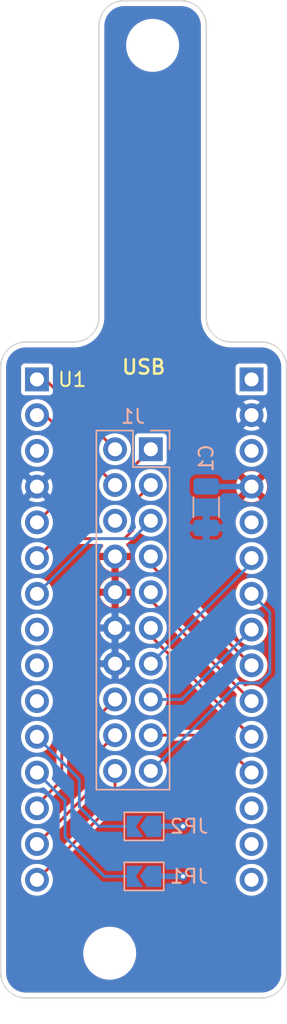
<source format=kicad_pcb>
(kicad_pcb (version 20220211) (generator pcbnew)
  (layers (0 "F.Cu" signal) (31 "B.Cu" signal) (34 "B.Paste" user) (35 "F.Paste" user) (36 "B.SilkS" user "B.Silkscreen") (37 "F.SilkS" user "F.Silkscreen") (38 "B.Mask" user) (39 "F.Mask" user) (44 "Edge.Cuts" user))
  (net 0 "")
  (net 1 "GND")
  (net 2 "+5V")
  (net 3 "/HOUR_DOWN")
  (net 4 "/HOUR_UP")
  (net 5 "/MIN_UP")
  (net 6 "/MIN_DOWN")
  (net 7 "/NCV_EN_1")
  (net 9 "/SPI1_CS_1")
  (net 10 "/SPI1_CS_2")
  (net 11 "/SPI1_CS_3")
  (net 12 "/SPI1_MOSI")
  (net 13 "/SPI1_SCK")
  (net 14 "/NCV_EN_2")
  (net 15 "/SPI1_CS_4")
  (net 16 "/NCV_EN_3")
  (net 17 "/SPI1_MISO")
  (net 18 "/NCV_EN_4")
  (net 19 "Net-(JP1-B)")
  (net 20 "Net-(JP2-B)")
  (footprint "mio:MountingHole_3.2mm_M3" (layer "F.Cu") (at 141.478 111.76)
    (fp_text reference "H2" hide)
    (fp_text value "MountingHole")
    (pad "" np_thru_hole circle (at 0 0) (size 3.2 3.2) (drill 3.2) (layers *.Cu *.Mask))
  )
  (footprint "mio:NUCLEO-F303K8-HEADER" (layer "F.Cu") (at 134.633 112.581)
    (fp_text reference "U1" (at 4.178 -41.588) (layer "F.SilkS"))
    (fp_text value "NUCLEO-F303K8-HEADER")
    (pad "1" thru_hole rect (at 1.675 -41.6) (size 1.7 1.7) (drill 1) (layers *.Cu *.Mask) (net 4 "/HOUR_UP"))
    (pad "2" thru_hole circle (at 1.675 -39.06) (size 1.7 1.7) (drill 1) (layers *.Cu *.Mask) (net 6 "/MIN_DOWN"))
    (pad "3" thru_hole circle (at 1.675 -36.52) (size 1.7 1.7) (drill 1) (layers *.Cu *.Mask))
    (pad "4" thru_hole circle (at 1.675 -33.98) (size 1.7 1.7) (drill 1) (layers *.Cu *.Mask) (net 1 "GND"))
    (pad "5" thru_hole circle (at 1.675 -31.44) (size 1.7 1.7) (drill 1) (layers *.Cu *.Mask) (net 3 "/HOUR_DOWN"))
    (pad "6" thru_hole circle (at 1.675 -28.9) (size 1.7 1.7) (drill 1) (layers *.Cu *.Mask) (net 5 "/MIN_UP"))
    (pad "7" thru_hole circle (at 1.675 -26.36) (size 1.7 1.7) (drill 1) (layers *.Cu *.Mask) (net 7 "/NCV_EN_1"))
    (pad "8" thru_hole circle (at 1.675 -23.82) (size 1.7 1.7) (drill 1) (layers *.Cu *.Mask))
    (pad "9" thru_hole circle (at 1.675 -21.28) (size 1.7 1.7) (drill 1) (layers *.Cu *.Mask))
    (pad "10" thru_hole circle (at 1.675 -18.74) (size 1.7 1.7) (drill 1) (layers *.Cu *.Mask))
    (pad "11" thru_hole circle (at 1.675 -16.2) (size 1.7 1.7) (drill 1) (layers *.Cu *.Mask) (net 20 "Net-(JP2-B)"))
    (pad "12" thru_hole circle (at 1.675 -13.66) (size 1.7 1.7) (drill 1) (layers *.Cu *.Mask) (net 19 "Net-(JP1-B)"))
    (pad "13" thru_hole circle (at 1.675 -11.12) (size 1.7 1.7) (drill 1) (layers *.Cu *.Mask) (net 14 "/NCV_EN_2"))
    (pad "14" thru_hole circle (at 1.675 -8.58) (size 1.7 1.7) (drill 1) (layers *.Cu *.Mask) (net 16 "/NCV_EN_3"))
    (pad "15" thru_hole circle (at 1.675 -6.04) (size 1.7 1.7) (drill 1) (layers *.Cu *.Mask) (net 18 "/NCV_EN_4"))
    (pad "16" thru_hole rect (at 16.925 -41.6) (size 1.7 1.7) (drill 1) (layers *.Cu *.Mask))
    (pad "17" thru_hole circle (at 16.925 -39.06) (size 1.7 1.7) (drill 1) (layers *.Cu *.Mask) (net 1 "GND"))
    (pad "18" thru_hole circle (at 16.925 -36.52) (size 1.7 1.7) (drill 1) (layers *.Cu *.Mask))
    (pad "19" thru_hole circle (at 16.925 -33.98) (size 1.7 1.7) (drill 1) (layers *.Cu *.Mask) (net 2 "+5V"))
    (pad "20" thru_hole circle (at 16.925 -31.44) (size 1.7 1.7) (drill 1) (layers *.Cu *.Mask))
    (pad "21" thru_hole circle (at 16.925 -28.9) (size 1.7 1.7) (drill 1) (layers *.Cu *.Mask) (net 12 "/SPI1_MOSI"))
    (pad "22" thru_hole circle (at 16.925 -26.36) (size 1.7 1.7) (drill 1) (layers *.Cu *.Mask) (net 17 "/SPI1_MISO"))
    (pad "23" thru_hole circle (at 16.925 -23.82) (size 1.7 1.7) (drill 1) (layers *.Cu *.Mask) (net 13 "/SPI1_SCK"))
    (pad "24" thru_hole circle (at 16.925 -21.28) (size 1.7 1.7) (drill 1) (layers *.Cu *.Mask) (net 9 "/SPI1_CS_1"))
    (pad "25" thru_hole circle (at 16.925 -18.74) (size 1.7 1.7) (drill 1) (layers *.Cu *.Mask) (net 10 "/SPI1_CS_2"))
    (pad "26" thru_hole circle (at 16.925 -16.2) (size 1.7 1.7) (drill 1) (layers *.Cu *.Mask) (net 11 "/SPI1_CS_3"))
    (pad "27" thru_hole circle (at 16.925 -13.66) (size 1.7 1.7) (drill 1) (layers *.Cu *.Mask) (net 15 "/SPI1_CS_4"))
    (pad "28" thru_hole circle (at 16.925 -11.12) (size 1.7 1.7) (drill 1) (layers *.Cu *.Mask))
    (pad "29" thru_hole circle (at 16.925 -8.58) (size 1.7 1.7) (drill 1) (layers *.Cu *.Mask))
    (pad "30" thru_hole circle (at 16.925 -6.04) (size 1.7 1.7) (drill 1) (layers *.Cu *.Mask))
  )
  (footprint "mio:MountingHole_3.2mm_M3" (layer "F.Cu") (at 144.526 47.244)
    (fp_text reference "H1" hide)
    (fp_text value "MountingHole")
    (pad "" np_thru_hole circle (at 0 0) (size 3.2 3.2) (drill 3.2) (layers *.Cu *.Mask))
  )
  (footprint "Connector_PinHeader_2.54mm:PinHeader_2x10_P2.54mm_Vertical" (layer "B.Cu") (at 144.399 75.946 180)
    (fp_text reference "J1" (at 1.27 2.33) (layer "B.SilkS") (effects (justify mirror)))
    (fp_text value "Conn_02x08_Odd_Even")
    (fp_line (start -1.33 -24.19) (end 3.87 -24.19) (stroke (width 0.12)) (layer "B.SilkS"))
    (fp_line (start -1.33 -1.27) (end -1.33 -24.19) (stroke (width 0.12)) (layer "B.SilkS"))
    (fp_line (start -1.33 -1.27) (end 1.27 -1.27) (stroke (width 0.12)) (layer "B.SilkS"))
    (fp_line (start -1.33 0) (end -1.33 1.33) (stroke (width 0.12)) (layer "B.SilkS"))
    (fp_line (start -1.33 1.33) (end 0 1.33) (stroke (width 0.12)) (layer "B.SilkS"))
    (fp_line (start 1.27 -1.27) (end 1.27 1.33) (stroke (width 0.12)) (layer "B.SilkS"))
    (fp_line (start 1.27 1.33) (end 3.87 1.33) (stroke (width 0.12)) (layer "B.SilkS"))
    (fp_line (start 3.87 1.33) (end 3.87 -24.19) (stroke (width 0.12)) (layer "B.SilkS"))
    (pad "1" thru_hole rect (at 0 0 180) (size 1.7 1.7) (drill 1) (layers *.Cu *.Mask) (net 3 "/HOUR_DOWN"))
    (pad "2" thru_hole oval (at 2.54 0 180) (size 1.7 1.7) (drill 1) (layers *.Cu *.Mask) (net 4 "/HOUR_UP"))
    (pad "3" thru_hole oval (at 0 -2.54 180) (size 1.7 1.7) (drill 1) (layers *.Cu *.Mask) (net 5 "/MIN_UP"))
    (pad "4" thru_hole oval (at 2.54 -2.54 180) (size 1.7 1.7) (drill 1) (layers *.Cu *.Mask) (net 6 "/MIN_DOWN"))
    (pad "5" thru_hole oval (at 0 -5.08 180) (size 1.7 1.7) (drill 1) (layers *.Cu *.Mask) (net 7 "/NCV_EN_1"))
    (pad "6" thru_hole oval (at 2.54 -5.08 180) (size 1.7 1.7) (drill 1) (layers *.Cu *.Mask))
    (pad "7" thru_hole oval (at 0 -7.62 180) (size 1.7 1.7) (drill 1) (layers *.Cu *.Mask) (net 9 "/SPI1_CS_1"))
    (pad "8" thru_hole oval (at 2.54 -7.62 180) (size 1.7 1.7) (drill 1) (layers *.Cu *.Mask) (net 2 "+5V"))
    (pad "9" thru_hole oval (at 0 -10.16 180) (size 1.7 1.7) (drill 1) (layers *.Cu *.Mask) (net 10 "/SPI1_CS_2"))
    (pad "10" thru_hole oval (at 2.54 -10.16 180) (size 1.7 1.7) (drill 1) (layers *.Cu *.Mask) (net 2 "+5V"))
    (pad "11" thru_hole oval (at 0 -12.7 180) (size 1.7 1.7) (drill 1) (layers *.Cu *.Mask) (net 11 "/SPI1_CS_3"))
    (pad "12" thru_hole oval (at 2.54 -12.7 180) (size 1.7 1.7) (drill 1) (layers *.Cu *.Mask) (net 1 "GND"))
    (pad "13" thru_hole oval (at 0 -15.24 180) (size 1.7 1.7) (drill 1) (layers *.Cu *.Mask) (net 12 "/SPI1_MOSI"))
    (pad "14" thru_hole oval (at 2.54 -15.24 180) (size 1.7 1.7) (drill 1) (layers *.Cu *.Mask) (net 1 "GND"))
    (pad "15" thru_hole oval (at 0 -17.78 180) (size 1.7 1.7) (drill 1) (layers *.Cu *.Mask) (net 13 "/SPI1_SCK"))
    (pad "16" thru_hole oval (at 2.54 -17.78 180) (size 1.7 1.7) (drill 1) (layers *.Cu *.Mask) (net 14 "/NCV_EN_2"))
    (pad "17" thru_hole oval (at 0 -20.32 180) (size 1.7 1.7) (drill 1) (layers *.Cu *.Mask) (net 15 "/SPI1_CS_4"))
    (pad "18" thru_hole oval (at 2.54 -20.32 180) (size 1.7 1.7) (drill 1) (layers *.Cu *.Mask) (net 16 "/NCV_EN_3"))
    (pad "19" thru_hole oval (at 0 -22.86 180) (size 1.7 1.7) (drill 1) (layers *.Cu *.Mask) (net 17 "/SPI1_MISO"))
    (pad "20" thru_hole oval (at 2.54 -22.86 180) (size 1.7 1.7) (drill 1) (layers *.Cu *.Mask) (net 18 "/NCV_EN_4"))
  )
  (footprint "Jumper:SolderJumper-2_P1.3mm_Open_TrianglePad1.0x1.5mm" (layer "B.Cu") (at 143.9164 106.299 180)
    (fp_text reference "JP1" (at -3.2004 0) (layer "B.SilkS") (effects (justify mirror)))
    (fp_text value "SolderJumper_2_Open")
    (fp_line (start -1.4 -1) (end -1.4 1) (stroke (width 0.12)) (layer "B.SilkS"))
    (fp_line (start -1.4 1) (end 1.4 1) (stroke (width 0.12)) (layer "B.SilkS"))
    (fp_line (start 1.4 -1) (end -1.4 -1) (stroke (width 0.12)) (layer "B.SilkS"))
    (fp_line (start 1.4 1) (end 1.4 -1) (stroke (width 0.12)) (layer "B.SilkS"))
    (pad "1" smd custom (at -0.725 0 180) (size 0.3 0.3) (layers "B.Cu" "B.Mask") (net 2 "+5V") (options (clearance outline) (anchor rect)) (primitives (gr_poly (pts (xy 1 0) (xy 0.5 -0.75) (xy -0.5 -0.75) (xy -0.5 0.75) (xy 0.5 0.75)) (width 0) (fill yes))))
    (pad "2" smd custom (at 0.725 0 180) (size 0.3 0.3) (layers "B.Cu" "B.Mask") (net 19 "Net-(JP1-B)") (options (clearance outline) (anchor rect)) (primitives (gr_poly (pts (xy 0.5 -0.75) (xy -0.65 -0.75) (xy -0.15 0) (xy -0.65 0.75) (xy 0.5 0.75)) (width 0) (fill yes))))
  )
  (footprint "Jumper:SolderJumper-2_P1.3mm_Open_TrianglePad1.0x1.5mm" (layer "B.Cu") (at 143.9164 102.743 180)
    (fp_text reference "JP2" (at -3.2004 0) (layer "B.SilkS") (effects (justify mirror)))
    (fp_text value "SolderJumper_2_Open")
    (fp_line (start -1.4 -1) (end -1.4 1) (stroke (width 0.12)) (layer "B.SilkS"))
    (fp_line (start -1.4 1) (end 1.4 1) (stroke (width 0.12)) (layer "B.SilkS"))
    (fp_line (start 1.4 -1) (end -1.4 -1) (stroke (width 0.12)) (layer "B.SilkS"))
    (fp_line (start 1.4 1) (end 1.4 -1) (stroke (width 0.12)) (layer "B.SilkS"))
    (pad "1" smd custom (at -0.725 0 180) (size 0.3 0.3) (layers "B.Cu" "B.Mask") (net 2 "+5V") (options (clearance outline) (anchor rect)) (primitives (gr_poly (pts (xy 1 0) (xy 0.5 -0.75) (xy -0.5 -0.75) (xy -0.5 0.75) (xy 0.5 0.75)) (width 0) (fill yes))))
    (pad "2" smd custom (at 0.725 0 180) (size 0.3 0.3) (layers "B.Cu" "B.Mask") (net 20 "Net-(JP2-B)") (options (clearance outline) (anchor rect)) (primitives (gr_poly (pts (xy 0.5 -0.75) (xy -0.65 -0.75) (xy -0.15 0) (xy -0.65 0.75) (xy 0.5 0.75)) (width 0) (fill yes))))
  )
  (footprint "Capacitor_SMD:C_1206_3216Metric" (layer "B.Cu") (at 148.336 80.0608 90)
    (fp_text reference "C1" (at 3.478 0 90) (layer "B.SilkS") (effects (justify mirror)))
    (fp_text value "C")
    (fp_line (start -0.711252 -0.91) (end 0.711252 -0.91) (stroke (width 0.12)) (layer "B.SilkS"))
    (fp_line (start -0.711252 0.91) (end 0.711252 0.91) (stroke (width 0.12)) (layer "B.SilkS"))
    (pad "1" smd roundrect (at -1.475 0 90) (size 1.15 1.8) (layers "B.Cu" "B.Paste" "B.Mask") (roundrect_rratio 0.217391) (net 1 "GND"))
    (pad "2" smd roundrect (at 1.475 0 90) (size 1.15 1.8) (layers "B.Cu" "B.Paste" "B.Mask") (roundrect_rratio 0.217391) (net 2 "+5V"))
  )
  (gr_arc (start 135.509 114.935) (mid 134.251764 114.414236) (end 133.731 113.157) (stroke (width 0.1)) (layer "Edge.Cuts"))
  (gr_arc (start 140.716 45.847) (mid 141.236764 44.589764) (end 142.494 44.069) (stroke (width 0.1)) (layer "Edge.Cuts"))
  (gr_line (start 135.509 68.326) (end 138.938 68.326) (stroke (width 0.1)) (layer "Edge.Cuts"))
  (gr_line (start 154.051 113.157) (end 154.051 70.104) (stroke (width 0.1)) (layer "Edge.Cuts"))
  (gr_arc (start 140.716 66.548) (mid 140.195236 67.805236) (end 138.938 68.326) (stroke (width 0.1)) (layer "Edge.Cuts"))
  (gr_arc (start 150.114 68.326) (mid 148.856764 67.805236) (end 148.336 66.548) (stroke (width 0.1)) (layer "Edge.Cuts"))
  (gr_line (start 135.509 114.935) (end 152.273 114.935) (stroke (width 0.1)) (layer "Edge.Cuts"))
  (gr_arc (start 146.558 44.069) (mid 147.815236 44.589764) (end 148.336 45.847) (stroke (width 0.1)) (layer "Edge.Cuts"))
  (gr_arc (start 154.051 113.157) (mid 153.530236 114.414236) (end 152.273 114.935) (stroke (width 0.1)) (layer "Edge.Cuts"))
  (gr_line (start 148.336 66.548) (end 148.336 45.847) (stroke (width 0.1)) (layer "Edge.Cuts"))
  (gr_arc (start 133.731 70.104) (mid 134.251764 68.846764) (end 135.509 68.326) (stroke (width 0.1)) (layer "Edge.Cuts"))
  (gr_line (start 146.558 44.069) (end 142.494 44.069) (stroke (width 0.1)) (layer "Edge.Cuts"))
  (gr_line (start 152.273 68.326) (end 150.114 68.326) (stroke (width 0.1)) (layer "Edge.Cuts"))
  (gr_line (start 133.731 70.104) (end 133.731 113.157) (stroke (width 0.1)) (layer "Edge.Cuts"))
  (gr_line (start 140.716 66.548) (end 140.716 45.847) (stroke (width 0.1)) (layer "Edge.Cuts"))
  (gr_arc (start 152.273 68.326) (mid 153.530236 68.846764) (end 154.051 70.104) (stroke (width 0.1)) (layer "Edge.Cuts"))
  (gr_text "USB" (at 143.891 70.104) (layer "F.SilkS") (effects (font (size 1.016 1.016) (thickness 0.1875))))
  (via (at 146.685 102.743) (size 0.6) (drill 0.3) (layers "F.Cu" "B.Cu") (net 2))
  (via (at 146.685 106.299) (size 0.6) (drill 0.3) (layers "F.Cu" "B.Cu") (net 2))
  (segment (start 151.558 78.601) (end 148.3512 78.601) (width 0.4) (layer "B.Cu") (net 2))
  (segment (start 144.6414 106.299) (end 146.685 106.299) (width 0.4) (layer "B.Cu") (net 2))
  (segment (start 151.5428 78.5858) (end 151.558 78.601) (width 0.4) (layer "B.Cu") (net 2))
  (segment (start 148.3512 78.601) (end 148.336 78.5858) (width 0.4) (layer "B.Cu") (net 2))
  (segment (start 144.6414 102.743) (end 146.685 102.743) (width 0.4) (layer "B.Cu") (net 2))
  (segment (start 143.129 77.216) (end 144.399 75.946) (width 0.2) (layer "F.Cu") (net 3))
  (segment (start 142.494 79.756) (end 143.129 79.121) (width 0.2) (layer "F.Cu") (net 3))
  (segment (start 143.129 79.121) (end 143.129 77.216) (width 0.2) (layer "F.Cu") (net 3))
  (segment (start 137.693 79.756) (end 142.494 79.756) (width 0.2) (layer "F.Cu") (net 3))
  (segment (start 136.308 81.141) (end 137.693 79.756) (width 0.2) (layer "F.Cu") (net 3))
  (segment (start 136.894 70.981) (end 136.308 70.981) (width 0.2) (layer "F.Cu") (net 4))
  (segment (start 141.859 75.946) (end 136.894 70.981) (width 0.2) (layer "F.Cu") (net 4))
  (segment (start 143.129 79.756) (end 144.399 78.486) (width 0.2) (layer "F.Cu") (net 5))
  (segment (start 143.129 81.6864) (end 143.129 79.756) (width 0.2) (layer "F.Cu") (net 5))
  (segment (start 136.308 83.681) (end 137.693 82.296) (width 0.2) (layer "F.Cu") (net 5))
  (segment (start 137.693 82.296) (end 142.5194 82.296) (width 0.2) (layer "F.Cu") (net 5))
  (segment (start 142.5194 82.296) (end 143.129 81.6864) (width 0.2) (layer "F.Cu") (net 5))
  (segment (start 144.4244 78.847805) (end 144.4244 78.4352) (width 0.2) (layer "F.Cu") (net 5))
  (segment (start 136.894 73.521) (end 136.308 73.521) (width 0.2) (layer "F.Cu") (net 6))
  (segment (start 141.859 78.486) (end 136.894 73.521) (width 0.2) (layer "F.Cu") (net 6))
  (segment (start 136.308 86.221) (end 140.233 82.296) (width 0.2) (layer "B.Cu") (net 7))
  (segment (start 143.129 82.296) (end 144.399 81.026) (width 0.2) (layer "B.Cu") (net 7))
  (segment (start 140.233 82.296) (end 143.129 82.296) (width 0.2) (layer "B.Cu") (net 7))
  (segment (start 144.399 84.142) (end 144.399 83.566) (width 0.2) (layer "F.Cu") (net 9))
  (segment (start 151.558 91.301) (end 144.399 84.142) (width 0.2) (layer "F.Cu") (net 9))
  (segment (start 144.399 86.682) (end 144.399 86.106) (width 0.2) (layer "F.Cu") (net 10))
  (segment (start 151.558 93.841) (end 144.399 86.682) (width 0.2) (layer "F.Cu") (net 10))
  (segment (start 151.558 96.381) (end 144.399 89.222) (width 0.2) (layer "F.Cu") (net 11))
  (segment (start 144.399 89.222) (end 144.399 88.646) (width 0.2) (layer "F.Cu") (net 11))
  (segment (start 144.399 91.186) (end 151.558 84.027) (width 0.2) (layer "B.Cu") (net 12))
  (segment (start 151.558 84.027) (end 151.558 83.681) (width 0.2) (layer "B.Cu") (net 12))
  (segment (start 146.593 93.726) (end 151.558 88.761) (width 0.2) (layer "B.Cu") (net 13))
  (segment (start 144.399 93.726) (end 146.593 93.726) (width 0.2) (layer "B.Cu") (net 13))
  (segment (start 138.0744 99.460194) (end 138.0744 97.5106) (width 0.2) (layer "F.Cu") (net 14))
  (segment (start 136.308 101.461) (end 136.308 101.226594) (width 0.2) (layer "F.Cu") (net 14))
  (segment (start 141.5034 93.6752) (end 141.8844 93.6752) (width 0.2) (layer "F.Cu") (net 14))
  (segment (start 136.308 101.226594) (end 138.0744 99.460194) (width 0.2) (layer "F.Cu") (net 14))
  (segment (start 138.0744 97.5106) (end 141.859 93.726) (width 0.2) (layer "F.Cu") (net 14))
  (segment (start 151.558 98.921) (end 148.903 96.266) (width 0.2) (layer "F.Cu") (net 15))
  (segment (start 148.903 96.266) (end 144.399 96.266) (width 0.2) (layer "F.Cu") (net 15))
  (segment (start 136.308 104.001) (end 140.081 100.228) (width 0.2) (layer "F.Cu") (net 16))
  (segment (start 140.081 98.044) (end 141.859 96.266) (width 0.2) (layer "F.Cu") (net 16))
  (segment (start 140.081 100.228) (end 140.081 98.044) (width 0.2) (layer "F.Cu") (net 16))
  (segment (start 152.1206 92.5576) (end 152.8572 91.821) (width 0.2) (layer "B.Cu") (net 17))
  (segment (start 152.1206 92.5576) (end 150.6474 92.5576) (width 0.2) (layer "B.Cu") (net 17))
  (segment (start 152.8572 91.821) (end 152.8572 87.5202) (width 0.2) (layer "B.Cu") (net 17))
  (segment (start 150.6474 92.5576) (end 144.399 98.806) (width 0.2) (layer "B.Cu") (net 17))
  (segment (start 152.8572 87.5202) (end 151.558 86.221) (width 0.2) (layer "B.Cu") (net 17))
  (segment (start 136.308 106.541) (end 141.859 100.99) (width 0.2) (layer "F.Cu") (net 18))
  (segment (start 141.859 100.99) (end 141.859 98.806) (width 0.2) (layer "F.Cu") (net 18))
  (segment (start 138.303 100.916) (end 138.303 103.505) (width 0.2) (layer "B.Cu") (net 19))
  (segment (start 141.097 106.299) (end 143.1914 106.299) (width 0.2) (layer "B.Cu") (net 19))
  (segment (start 136.308 98.921) (end 138.303 100.916) (width 0.2) (layer "B.Cu") (net 19))
  (segment (start 138.303 103.505) (end 141.097 106.299) (width 0.2) (layer "B.Cu") (net 19))
  (segment (start 139.319 101.346) (end 140.716 102.743) (width 0.2) (layer "B.Cu") (net 20))
  (segment (start 136.308 96.381) (end 139.319 99.392) (width 0.2) (layer "B.Cu") (net 20))
  (segment (start 140.716 102.743) (end 143.1914 102.743) (width 0.2) (layer "B.Cu") (net 20))
  (segment (start 139.319 99.392) (end 139.319 101.346) (width 0.2) (layer "B.Cu") (net 20))
  (zone (net 2) (net_name "+5V") (layer "F.Cu") (connect_pads (clearance 0.2794)) (min_thickness 0.254) (fill yes (thermal_gap 0.254) (thermal_bridge_width 0.508))
    (polygon (pts (xy 154.051 114.935) (xy 133.731 114.935) (xy 133.731 44.069) (xy 154.051 44.069)))
  )
  (zone (net 1) (net_name "GND") (layer "B.Cu") (connect_pads (clearance 0.2794)) (min_thickness 0.254) (fill yes (thermal_gap 0.254) (thermal_bridge_width 0.508))
    (polygon (pts (xy 154.051 114.935) (xy 133.731 114.935) (xy 133.731 44.069) (xy 154.051 44.069)))
  )
)
</source>
